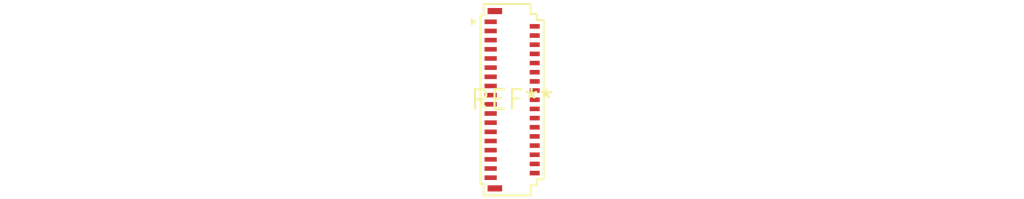
<source format=kicad_pcb>
(kicad_pcb (version 20240108) (generator pcbnew)
  (layers (0 "F.Cu" signal) (31 "B.Cu" signal) (34 "B.Paste" user) (35 "F.Paste" user) (36 "B.SilkS" user "B.Silkscreen") (37 "F.SilkS" user "F.Silkscreen") (38 "B.Mask" user) (39 "F.Mask" user) (44 "Edge.Cuts" user))
  (net 0 "")
  (footprint "Hirose_FH26-35S-0.3SHW_2Rows-35Pins-1MP_P0.60mm_Horizontal" (layer "F.Cu") (at 0 0)
    (property "Reference" "REF**")
    (property "Value" "Hirose_FH26-35S-0.3SHW_2Rows-35Pins-1MP_P0.60mm_Horizontal")
    (fp_line (start -2.622132 -5.25) (end -2.41 -5.1) (layer "F.SilkS") (stroke (width 0.12)))
    (fp_line (start -2.622132 -4.95) (end -2.622132 -5.25) (layer "F.SilkS") (stroke (width 0.12)))
    (fp_line (start -2.41 -5.1) (end -2.622132 -4.95) (layer "F.SilkS") (stroke (width 0.12)))
    (fp_line (start -2.06 -5.51) (end -2.06 0) (layer "F.SilkS") (stroke (width 0.12)))
    (fp_line (start -2.06 5.51) (end -2.06 0) (layer "F.SilkS") (stroke (width 0.12)))
    (fp_line (start -1.86 -6.26) (end -1.86 -5.51) (layer "F.SilkS") (stroke (width 0.12)))
    (fp_line (start -1.86 -5.51) (end -2.06 -5.51) (layer "F.SilkS") (stroke (width 0.12)))
    (fp_line (start -1.86 5.51) (end -2.06 5.51) (layer "F.SilkS") (stroke (width 0.12)))
    (fp_line (start -1.86 6.26) (end -1.86 5.51) (layer "F.SilkS") (stroke (width 0.12)))
    (fp_line (start 1.21 -6.26) (end -1.86 -6.26) (layer "F.SilkS") (stroke (width 0.12)))
    (fp_line (start 1.21 -5.61) (end 1.21 -6.26) (layer "F.SilkS") (stroke (width 0.12)))
    (fp_line (start 1.21 5.61) (end 1.21 6.26) (layer "F.SilkS") (stroke (width 0.12)))
    (fp_line (start 1.21 6.26) (end -1.86 6.26) (layer "F.SilkS") (stroke (width 0.12)))
    (fp_line (start 1.61 -5.61) (end 1.21 -5.61) (layer "F.SilkS") (stroke (width 0.12)))
    (fp_line (start 1.61 -5.21) (end 1.61 -5.61) (layer "F.SilkS") (stroke (width 0.12)))
    (fp_line (start 1.61 5.21) (end 1.61 5.61) (layer "F.SilkS") (stroke (width 0.12)))
    (fp_line (start 1.61 5.61) (end 1.21 5.61) (layer "F.SilkS") (stroke (width 0.12)))
    (fp_line (start 2.06 -5.21) (end 1.61 -5.21) (layer "F.SilkS") (stroke (width 0.12)))
    (fp_line (start 2.06 0) (end 2.06 -5.21) (layer "F.SilkS") (stroke (width 0.12)))
    (fp_line (start 2.06 0) (end 2.06 5.21) (layer "F.SilkS") (stroke (width 0.12)))
    (fp_line (start 2.06 5.21) (end 1.61 5.21) (layer "F.SilkS") (stroke (width 0.12)))
    (pad "1" smd rect (at -1.4 -5.1) (size 0.8 0.3) (layers "F.Cu" "F.Paste" "F.Mask"))
    (pad "2" smd rect (at 1.475 -4.8) (size 0.65 0.3) (layers "F.Cu" "F.Paste" "F.Mask"))
    (pad "3" smd rect (at -1.4 -4.5) (size 0.8 0.3) (layers "F.Cu" "F.Paste" "F.Mask"))
    (pad "4" smd rect (at 1.475 -4.2) (size 0.65 0.3) (layers "F.Cu" "F.Paste" "F.Mask"))
    (pad "5" smd rect (at -1.4 -3.9) (size 0.8 0.3) (layers "F.Cu" "F.Paste" "F.Mask"))
    (pad "6" smd rect (at 1.475 -3.6) (size 0.65 0.3) (layers "F.Cu" "F.Paste" "F.Mask"))
    (pad "7" smd rect (at -1.4 -3.3) (size 0.8 0.3) (layers "F.Cu" "F.Paste" "F.Mask"))
    (pad "8" smd rect (at 1.475 -3) (size 0.65 0.3) (layers "F.Cu" "F.Paste" "F.Mask"))
    (pad "9" smd rect (at -1.4 -2.7) (size 0.8 0.3) (layers "F.Cu" "F.Paste" "F.Mask"))
    (pad "10" smd rect (at 1.475 -2.4) (size 0.65 0.3) (layers "F.Cu" "F.Paste" "F.Mask"))
    (pad "11" smd rect (at -1.4 -2.1) (size 0.8 0.3) (layers "F.Cu" "F.Paste" "F.Mask"))
    (pad "12" smd rect (at 1.475 -1.8) (size 0.65 0.3) (layers "F.Cu" "F.Paste" "F.Mask"))
    (pad "13" smd rect (at -1.4 -1.5) (size 0.8 0.3) (layers "F.Cu" "F.Paste" "F.Mask"))
    (pad "14" smd rect (at 1.475 -1.2) (size 0.65 0.3) (layers "F.Cu" "F.Paste" "F.Mask"))
    (pad "15" smd rect (at -1.4 -0.9) (size 0.8 0.3) (layers "F.Cu" "F.Paste" "F.Mask"))
    (pad "16" smd rect (at 1.475 -0.6) (size 0.65 0.3) (layers "F.Cu" "F.Paste" "F.Mask"))
    (pad "17" smd rect (at -1.4 -0.3) (size 0.8 0.3) (layers "F.Cu" "F.Paste" "F.Mask"))
    (pad "18" smd rect (at 1.475 0) (size 0.65 0.3) (layers "F.Cu" "F.Paste" "F.Mask"))
    (pad "19" smd rect (at -1.4 0.3) (size 0.8 0.3) (layers "F.Cu" "F.Paste" "F.Mask"))
    (pad "20" smd rect (at 1.475 0.6) (size 0.65 0.3) (layers "F.Cu" "F.Paste" "F.Mask"))
    (pad "21" smd rect (at -1.4 0.9) (size 0.8 0.3) (layers "F.Cu" "F.Paste" "F.Mask"))
    (pad "22" smd rect (at 1.475 1.2) (size 0.65 0.3) (layers "F.Cu" "F.Paste" "F.Mask"))
    (pad "23" smd rect (at -1.4 1.5) (size 0.8 0.3) (layers "F.Cu" "F.Paste" "F.Mask"))
    (pad "24" smd rect (at 1.475 1.8) (size 0.65 0.3) (layers "F.Cu" "F.Paste" "F.Mask"))
    (pad "25" smd rect (at -1.4 2.1) (size 0.8 0.3) (layers "F.Cu" "F.Paste" "F.Mask"))
    (pad "26" smd rect (at 1.475 2.4) (size 0.65 0.3) (layers "F.Cu" "F.Paste" "F.Mask"))
    (pad "27" smd rect (at -1.4 2.7) (size 0.8 0.3) (layers "F.Cu" "F.Paste" "F.Mask"))
    (pad "28" smd rect (at 1.475 3) (size 0.65 0.3) (layers "F.Cu" "F.Paste" "F.Mask"))
    (pad "29" smd rect (at -1.4 3.3) (size 0.8 0.3) (layers "F.Cu" "F.Paste" "F.Mask"))
    (pad "30" smd rect (at 1.475 3.6) (size 0.65 0.3) (layers "F.Cu" "F.Paste" "F.Mask"))
    (pad "31" smd rect (at -1.4 3.9) (size 0.8 0.3) (layers "F.Cu" "F.Paste" "F.Mask"))
    (pad "32" smd rect (at 1.475 4.2) (size 0.65 0.3) (layers "F.Cu" "F.Paste" "F.Mask"))
    (pad "33" smd rect (at -1.4 4.5) (size 0.8 0.3) (layers "F.Cu" "F.Paste" "F.Mask"))
    (pad "34" smd rect (at 1.475 4.8) (size 0.65 0.3) (layers "F.Cu" "F.Paste" "F.Mask"))
    (pad "35" smd rect (at -1.4 5.1) (size 0.8 0.3) (layers "F.Cu" "F.Paste" "F.Mask"))
    (pad "MP" smd rect (at -1.125 -5.8) (size 0.95 0.4) (layers "F.Cu" "F.Paste" "F.Mask"))
    (pad "MP" smd rect (at -1.125 5.8) (size 0.95 0.4) (layers "F.Cu" "F.Paste" "F.Mask"))
  )
)
</source>
